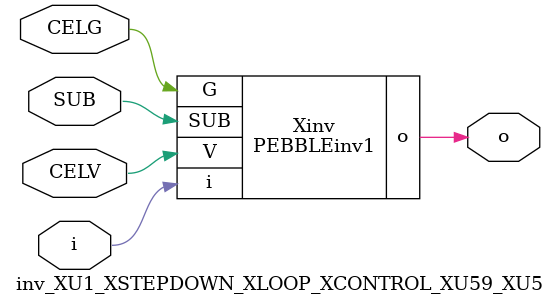
<source format=v>



module PEBBLEinv1 ( o, G, SUB, V, i );

  input V;
  input i;
  input G;
  output o;
  input SUB;
endmodule

//Celera Confidential Do Not Copy inv_XU1_XSTEPDOWN_XLOOP_XCONTROL_XU59_XU5
//Celera Confidential Symbol Generator
//5V Inverter
module inv_XU1_XSTEPDOWN_XLOOP_XCONTROL_XU59_XU5 (CELV,CELG,i,o,SUB);
input CELV;
input CELG;
input i;
input SUB;
output o;

//Celera Confidential Do Not Copy inv
PEBBLEinv1 Xinv(
.V (CELV),
.i (i),
.o (o),
.SUB (SUB),
.G (CELG)
);
//,diesize,PEBBLEinv1

//Celera Confidential Do Not Copy Module End
//Celera Schematic Generator
endmodule

</source>
